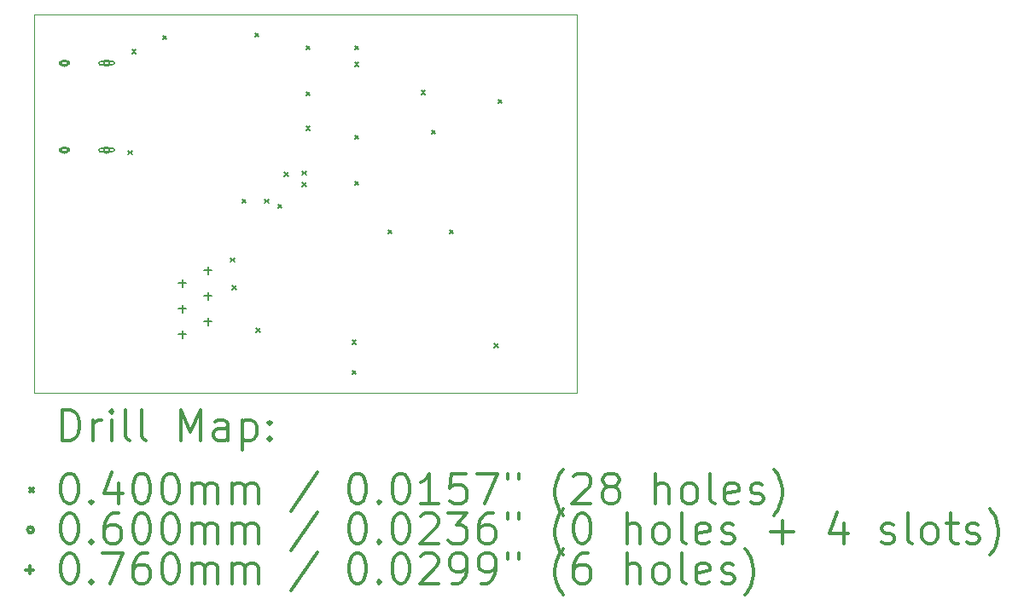
<source format=gbr>
%FSLAX45Y45*%
G04 Gerber Fmt 4.5, Leading zero omitted, Abs format (unit mm)*
G04 Created by KiCad (PCBNEW 5.1.10-88a1d61d58~90~ubuntu20.04.1) date 2021-11-06 19:30:08*
%MOMM*%
%LPD*%
G01*
G04 APERTURE LIST*
%TA.AperFunction,Profile*%
%ADD10C,0.100000*%
%TD*%
%ADD11C,0.200000*%
%ADD12C,0.300000*%
G04 APERTURE END LIST*
D10*
X10769600Y-6248400D02*
X10769600Y-6299200D01*
X16154400Y-6299200D02*
X16154400Y-6248400D01*
X16103600Y-6299200D02*
X16154400Y-6299200D01*
X16154400Y-2540000D02*
X16103600Y-2540000D01*
X10769600Y-2540000D02*
X10769600Y-6248400D01*
X16103600Y-2540000D02*
X10769600Y-2540000D01*
X16154400Y-6248400D02*
X16154400Y-2540000D01*
X10769600Y-6299200D02*
X16103600Y-6299200D01*
D11*
X11702100Y-3891600D02*
X11742100Y-3931600D01*
X11742100Y-3891600D02*
X11702100Y-3931600D01*
X11740200Y-2888300D02*
X11780200Y-2928300D01*
X11780200Y-2888300D02*
X11740200Y-2928300D01*
X12045000Y-2748600D02*
X12085000Y-2788600D01*
X12085000Y-2748600D02*
X12045000Y-2788600D01*
X12718100Y-4958400D02*
X12758100Y-4998400D01*
X12758100Y-4958400D02*
X12718100Y-4998400D01*
X12737150Y-5231450D02*
X12777150Y-5271450D01*
X12777150Y-5231450D02*
X12737150Y-5271450D01*
X12832400Y-4374200D02*
X12872400Y-4414200D01*
X12872400Y-4374200D02*
X12832400Y-4414200D01*
X12959400Y-2723200D02*
X12999400Y-2763200D01*
X12999400Y-2723200D02*
X12959400Y-2763200D01*
X12972100Y-5656900D02*
X13012100Y-5696900D01*
X13012100Y-5656900D02*
X12972100Y-5696900D01*
X13054650Y-4374200D02*
X13094650Y-4414200D01*
X13094650Y-4374200D02*
X13054650Y-4414200D01*
X13188000Y-4425000D02*
X13228000Y-4465000D01*
X13228000Y-4425000D02*
X13188000Y-4465000D01*
X13251500Y-4107500D02*
X13291500Y-4147500D01*
X13291500Y-4107500D02*
X13251500Y-4147500D01*
X13429300Y-4094800D02*
X13469300Y-4134800D01*
X13469300Y-4094800D02*
X13429300Y-4134800D01*
X13429300Y-4209100D02*
X13469300Y-4249100D01*
X13469300Y-4209100D02*
X13429300Y-4249100D01*
X13467400Y-2850200D02*
X13507400Y-2890200D01*
X13507400Y-2850200D02*
X13467400Y-2890200D01*
X13467400Y-3307400D02*
X13507400Y-3347400D01*
X13507400Y-3307400D02*
X13467400Y-3347400D01*
X13467400Y-3650300D02*
X13507400Y-3690300D01*
X13507400Y-3650300D02*
X13467400Y-3690300D01*
X13924600Y-5774900D02*
X13964600Y-5814900D01*
X13964600Y-5774900D02*
X13924600Y-5814900D01*
X13924600Y-6076000D02*
X13964600Y-6116000D01*
X13964600Y-6076000D02*
X13924600Y-6116000D01*
X13950000Y-2850200D02*
X13990000Y-2890200D01*
X13990000Y-2850200D02*
X13950000Y-2890200D01*
X13950000Y-3015300D02*
X13990000Y-3055300D01*
X13990000Y-3015300D02*
X13950000Y-3055300D01*
X13950000Y-3739200D02*
X13990000Y-3779200D01*
X13990000Y-3739200D02*
X13950000Y-3779200D01*
X13950000Y-4196400D02*
X13990000Y-4236400D01*
X13990000Y-4196400D02*
X13950000Y-4236400D01*
X14280200Y-4679000D02*
X14320200Y-4719000D01*
X14320200Y-4679000D02*
X14280200Y-4719000D01*
X14610400Y-3294700D02*
X14650400Y-3334700D01*
X14650400Y-3294700D02*
X14610400Y-3334700D01*
X14712000Y-3688400D02*
X14752000Y-3728400D01*
X14752000Y-3688400D02*
X14712000Y-3728400D01*
X14889800Y-4679000D02*
X14929800Y-4719000D01*
X14929800Y-4679000D02*
X14889800Y-4719000D01*
X15334300Y-5809300D02*
X15374300Y-5849300D01*
X15374300Y-5809300D02*
X15334300Y-5849300D01*
X15372400Y-3383600D02*
X15412400Y-3423600D01*
X15412400Y-3383600D02*
X15372400Y-3423600D01*
X11101000Y-3022400D02*
G75*
G03*
X11101000Y-3022400I-30000J0D01*
G01*
X11101000Y-3002400D02*
X11041000Y-3002400D01*
X11101000Y-3042400D02*
X11041000Y-3042400D01*
X11041000Y-3002400D02*
G75*
G03*
X11041000Y-3042400I0J-20000D01*
G01*
X11101000Y-3042400D02*
G75*
G03*
X11101000Y-3002400I0J20000D01*
G01*
X11101000Y-3886400D02*
G75*
G03*
X11101000Y-3886400I-30000J0D01*
G01*
X11101000Y-3866400D02*
X11041000Y-3866400D01*
X11101000Y-3906400D02*
X11041000Y-3906400D01*
X11041000Y-3866400D02*
G75*
G03*
X11041000Y-3906400I0J-20000D01*
G01*
X11101000Y-3906400D02*
G75*
G03*
X11101000Y-3866400I0J20000D01*
G01*
X11519000Y-3022400D02*
G75*
G03*
X11519000Y-3022400I-30000J0D01*
G01*
X11544000Y-3002400D02*
X11434000Y-3002400D01*
X11544000Y-3042400D02*
X11434000Y-3042400D01*
X11434000Y-3002400D02*
G75*
G03*
X11434000Y-3042400I0J-20000D01*
G01*
X11544000Y-3042400D02*
G75*
G03*
X11544000Y-3002400I0J20000D01*
G01*
X11519000Y-3886400D02*
G75*
G03*
X11519000Y-3886400I-30000J0D01*
G01*
X11544000Y-3866400D02*
X11434000Y-3866400D01*
X11544000Y-3906400D02*
X11434000Y-3906400D01*
X11434000Y-3866400D02*
G75*
G03*
X11434000Y-3906400I0J-20000D01*
G01*
X11544000Y-3906400D02*
G75*
G03*
X11544000Y-3866400I0J20000D01*
G01*
X12242800Y-5169000D02*
X12242800Y-5245000D01*
X12204800Y-5207000D02*
X12280800Y-5207000D01*
X12242800Y-5423000D02*
X12242800Y-5499000D01*
X12204800Y-5461000D02*
X12280800Y-5461000D01*
X12242800Y-5677000D02*
X12242800Y-5753000D01*
X12204800Y-5715000D02*
X12280800Y-5715000D01*
X12496800Y-5042000D02*
X12496800Y-5118000D01*
X12458800Y-5080000D02*
X12534800Y-5080000D01*
X12496800Y-5296000D02*
X12496800Y-5372000D01*
X12458800Y-5334000D02*
X12534800Y-5334000D01*
X12496800Y-5550000D02*
X12496800Y-5626000D01*
X12458800Y-5588000D02*
X12534800Y-5588000D01*
D12*
X11051028Y-6769914D02*
X11051028Y-6469914D01*
X11122457Y-6469914D01*
X11165314Y-6484200D01*
X11193886Y-6512771D01*
X11208171Y-6541343D01*
X11222457Y-6598486D01*
X11222457Y-6641343D01*
X11208171Y-6698486D01*
X11193886Y-6727057D01*
X11165314Y-6755629D01*
X11122457Y-6769914D01*
X11051028Y-6769914D01*
X11351028Y-6769914D02*
X11351028Y-6569914D01*
X11351028Y-6627057D02*
X11365314Y-6598486D01*
X11379600Y-6584200D01*
X11408171Y-6569914D01*
X11436743Y-6569914D01*
X11536743Y-6769914D02*
X11536743Y-6569914D01*
X11536743Y-6469914D02*
X11522457Y-6484200D01*
X11536743Y-6498486D01*
X11551028Y-6484200D01*
X11536743Y-6469914D01*
X11536743Y-6498486D01*
X11722457Y-6769914D02*
X11693886Y-6755629D01*
X11679600Y-6727057D01*
X11679600Y-6469914D01*
X11879600Y-6769914D02*
X11851028Y-6755629D01*
X11836743Y-6727057D01*
X11836743Y-6469914D01*
X12222457Y-6769914D02*
X12222457Y-6469914D01*
X12322457Y-6684200D01*
X12422457Y-6469914D01*
X12422457Y-6769914D01*
X12693886Y-6769914D02*
X12693886Y-6612771D01*
X12679600Y-6584200D01*
X12651028Y-6569914D01*
X12593886Y-6569914D01*
X12565314Y-6584200D01*
X12693886Y-6755629D02*
X12665314Y-6769914D01*
X12593886Y-6769914D01*
X12565314Y-6755629D01*
X12551028Y-6727057D01*
X12551028Y-6698486D01*
X12565314Y-6669914D01*
X12593886Y-6655629D01*
X12665314Y-6655629D01*
X12693886Y-6641343D01*
X12836743Y-6569914D02*
X12836743Y-6869914D01*
X12836743Y-6584200D02*
X12865314Y-6569914D01*
X12922457Y-6569914D01*
X12951028Y-6584200D01*
X12965314Y-6598486D01*
X12979600Y-6627057D01*
X12979600Y-6712771D01*
X12965314Y-6741343D01*
X12951028Y-6755629D01*
X12922457Y-6769914D01*
X12865314Y-6769914D01*
X12836743Y-6755629D01*
X13108171Y-6741343D02*
X13122457Y-6755629D01*
X13108171Y-6769914D01*
X13093886Y-6755629D01*
X13108171Y-6741343D01*
X13108171Y-6769914D01*
X13108171Y-6584200D02*
X13122457Y-6598486D01*
X13108171Y-6612771D01*
X13093886Y-6598486D01*
X13108171Y-6584200D01*
X13108171Y-6612771D01*
X10724600Y-7244200D02*
X10764600Y-7284200D01*
X10764600Y-7244200D02*
X10724600Y-7284200D01*
X11108171Y-7099914D02*
X11136743Y-7099914D01*
X11165314Y-7114200D01*
X11179600Y-7128486D01*
X11193886Y-7157057D01*
X11208171Y-7214200D01*
X11208171Y-7285629D01*
X11193886Y-7342771D01*
X11179600Y-7371343D01*
X11165314Y-7385629D01*
X11136743Y-7399914D01*
X11108171Y-7399914D01*
X11079600Y-7385629D01*
X11065314Y-7371343D01*
X11051028Y-7342771D01*
X11036743Y-7285629D01*
X11036743Y-7214200D01*
X11051028Y-7157057D01*
X11065314Y-7128486D01*
X11079600Y-7114200D01*
X11108171Y-7099914D01*
X11336743Y-7371343D02*
X11351028Y-7385629D01*
X11336743Y-7399914D01*
X11322457Y-7385629D01*
X11336743Y-7371343D01*
X11336743Y-7399914D01*
X11608171Y-7199914D02*
X11608171Y-7399914D01*
X11536743Y-7085629D02*
X11465314Y-7299914D01*
X11651028Y-7299914D01*
X11822457Y-7099914D02*
X11851028Y-7099914D01*
X11879600Y-7114200D01*
X11893886Y-7128486D01*
X11908171Y-7157057D01*
X11922457Y-7214200D01*
X11922457Y-7285629D01*
X11908171Y-7342771D01*
X11893886Y-7371343D01*
X11879600Y-7385629D01*
X11851028Y-7399914D01*
X11822457Y-7399914D01*
X11793886Y-7385629D01*
X11779600Y-7371343D01*
X11765314Y-7342771D01*
X11751028Y-7285629D01*
X11751028Y-7214200D01*
X11765314Y-7157057D01*
X11779600Y-7128486D01*
X11793886Y-7114200D01*
X11822457Y-7099914D01*
X12108171Y-7099914D02*
X12136743Y-7099914D01*
X12165314Y-7114200D01*
X12179600Y-7128486D01*
X12193886Y-7157057D01*
X12208171Y-7214200D01*
X12208171Y-7285629D01*
X12193886Y-7342771D01*
X12179600Y-7371343D01*
X12165314Y-7385629D01*
X12136743Y-7399914D01*
X12108171Y-7399914D01*
X12079600Y-7385629D01*
X12065314Y-7371343D01*
X12051028Y-7342771D01*
X12036743Y-7285629D01*
X12036743Y-7214200D01*
X12051028Y-7157057D01*
X12065314Y-7128486D01*
X12079600Y-7114200D01*
X12108171Y-7099914D01*
X12336743Y-7399914D02*
X12336743Y-7199914D01*
X12336743Y-7228486D02*
X12351028Y-7214200D01*
X12379600Y-7199914D01*
X12422457Y-7199914D01*
X12451028Y-7214200D01*
X12465314Y-7242771D01*
X12465314Y-7399914D01*
X12465314Y-7242771D02*
X12479600Y-7214200D01*
X12508171Y-7199914D01*
X12551028Y-7199914D01*
X12579600Y-7214200D01*
X12593886Y-7242771D01*
X12593886Y-7399914D01*
X12736743Y-7399914D02*
X12736743Y-7199914D01*
X12736743Y-7228486D02*
X12751028Y-7214200D01*
X12779600Y-7199914D01*
X12822457Y-7199914D01*
X12851028Y-7214200D01*
X12865314Y-7242771D01*
X12865314Y-7399914D01*
X12865314Y-7242771D02*
X12879600Y-7214200D01*
X12908171Y-7199914D01*
X12951028Y-7199914D01*
X12979600Y-7214200D01*
X12993886Y-7242771D01*
X12993886Y-7399914D01*
X13579600Y-7085629D02*
X13322457Y-7471343D01*
X13965314Y-7099914D02*
X13993886Y-7099914D01*
X14022457Y-7114200D01*
X14036743Y-7128486D01*
X14051028Y-7157057D01*
X14065314Y-7214200D01*
X14065314Y-7285629D01*
X14051028Y-7342771D01*
X14036743Y-7371343D01*
X14022457Y-7385629D01*
X13993886Y-7399914D01*
X13965314Y-7399914D01*
X13936743Y-7385629D01*
X13922457Y-7371343D01*
X13908171Y-7342771D01*
X13893886Y-7285629D01*
X13893886Y-7214200D01*
X13908171Y-7157057D01*
X13922457Y-7128486D01*
X13936743Y-7114200D01*
X13965314Y-7099914D01*
X14193886Y-7371343D02*
X14208171Y-7385629D01*
X14193886Y-7399914D01*
X14179600Y-7385629D01*
X14193886Y-7371343D01*
X14193886Y-7399914D01*
X14393886Y-7099914D02*
X14422457Y-7099914D01*
X14451028Y-7114200D01*
X14465314Y-7128486D01*
X14479600Y-7157057D01*
X14493886Y-7214200D01*
X14493886Y-7285629D01*
X14479600Y-7342771D01*
X14465314Y-7371343D01*
X14451028Y-7385629D01*
X14422457Y-7399914D01*
X14393886Y-7399914D01*
X14365314Y-7385629D01*
X14351028Y-7371343D01*
X14336743Y-7342771D01*
X14322457Y-7285629D01*
X14322457Y-7214200D01*
X14336743Y-7157057D01*
X14351028Y-7128486D01*
X14365314Y-7114200D01*
X14393886Y-7099914D01*
X14779600Y-7399914D02*
X14608171Y-7399914D01*
X14693886Y-7399914D02*
X14693886Y-7099914D01*
X14665314Y-7142771D01*
X14636743Y-7171343D01*
X14608171Y-7185629D01*
X15051028Y-7099914D02*
X14908171Y-7099914D01*
X14893886Y-7242771D01*
X14908171Y-7228486D01*
X14936743Y-7214200D01*
X15008171Y-7214200D01*
X15036743Y-7228486D01*
X15051028Y-7242771D01*
X15065314Y-7271343D01*
X15065314Y-7342771D01*
X15051028Y-7371343D01*
X15036743Y-7385629D01*
X15008171Y-7399914D01*
X14936743Y-7399914D01*
X14908171Y-7385629D01*
X14893886Y-7371343D01*
X15165314Y-7099914D02*
X15365314Y-7099914D01*
X15236743Y-7399914D01*
X15465314Y-7099914D02*
X15465314Y-7157057D01*
X15579600Y-7099914D02*
X15579600Y-7157057D01*
X16022457Y-7514200D02*
X16008171Y-7499914D01*
X15979600Y-7457057D01*
X15965314Y-7428486D01*
X15951028Y-7385629D01*
X15936743Y-7314200D01*
X15936743Y-7257057D01*
X15951028Y-7185629D01*
X15965314Y-7142771D01*
X15979600Y-7114200D01*
X16008171Y-7071343D01*
X16022457Y-7057057D01*
X16122457Y-7128486D02*
X16136743Y-7114200D01*
X16165314Y-7099914D01*
X16236743Y-7099914D01*
X16265314Y-7114200D01*
X16279600Y-7128486D01*
X16293886Y-7157057D01*
X16293886Y-7185629D01*
X16279600Y-7228486D01*
X16108171Y-7399914D01*
X16293886Y-7399914D01*
X16465314Y-7228486D02*
X16436743Y-7214200D01*
X16422457Y-7199914D01*
X16408171Y-7171343D01*
X16408171Y-7157057D01*
X16422457Y-7128486D01*
X16436743Y-7114200D01*
X16465314Y-7099914D01*
X16522457Y-7099914D01*
X16551028Y-7114200D01*
X16565314Y-7128486D01*
X16579600Y-7157057D01*
X16579600Y-7171343D01*
X16565314Y-7199914D01*
X16551028Y-7214200D01*
X16522457Y-7228486D01*
X16465314Y-7228486D01*
X16436743Y-7242771D01*
X16422457Y-7257057D01*
X16408171Y-7285629D01*
X16408171Y-7342771D01*
X16422457Y-7371343D01*
X16436743Y-7385629D01*
X16465314Y-7399914D01*
X16522457Y-7399914D01*
X16551028Y-7385629D01*
X16565314Y-7371343D01*
X16579600Y-7342771D01*
X16579600Y-7285629D01*
X16565314Y-7257057D01*
X16551028Y-7242771D01*
X16522457Y-7228486D01*
X16936743Y-7399914D02*
X16936743Y-7099914D01*
X17065314Y-7399914D02*
X17065314Y-7242771D01*
X17051028Y-7214200D01*
X17022457Y-7199914D01*
X16979600Y-7199914D01*
X16951028Y-7214200D01*
X16936743Y-7228486D01*
X17251028Y-7399914D02*
X17222457Y-7385629D01*
X17208171Y-7371343D01*
X17193886Y-7342771D01*
X17193886Y-7257057D01*
X17208171Y-7228486D01*
X17222457Y-7214200D01*
X17251028Y-7199914D01*
X17293886Y-7199914D01*
X17322457Y-7214200D01*
X17336743Y-7228486D01*
X17351028Y-7257057D01*
X17351028Y-7342771D01*
X17336743Y-7371343D01*
X17322457Y-7385629D01*
X17293886Y-7399914D01*
X17251028Y-7399914D01*
X17522457Y-7399914D02*
X17493886Y-7385629D01*
X17479600Y-7357057D01*
X17479600Y-7099914D01*
X17751028Y-7385629D02*
X17722457Y-7399914D01*
X17665314Y-7399914D01*
X17636743Y-7385629D01*
X17622457Y-7357057D01*
X17622457Y-7242771D01*
X17636743Y-7214200D01*
X17665314Y-7199914D01*
X17722457Y-7199914D01*
X17751028Y-7214200D01*
X17765314Y-7242771D01*
X17765314Y-7271343D01*
X17622457Y-7299914D01*
X17879600Y-7385629D02*
X17908171Y-7399914D01*
X17965314Y-7399914D01*
X17993886Y-7385629D01*
X18008171Y-7357057D01*
X18008171Y-7342771D01*
X17993886Y-7314200D01*
X17965314Y-7299914D01*
X17922457Y-7299914D01*
X17893886Y-7285629D01*
X17879600Y-7257057D01*
X17879600Y-7242771D01*
X17893886Y-7214200D01*
X17922457Y-7199914D01*
X17965314Y-7199914D01*
X17993886Y-7214200D01*
X18108171Y-7514200D02*
X18122457Y-7499914D01*
X18151028Y-7457057D01*
X18165314Y-7428486D01*
X18179600Y-7385629D01*
X18193886Y-7314200D01*
X18193886Y-7257057D01*
X18179600Y-7185629D01*
X18165314Y-7142771D01*
X18151028Y-7114200D01*
X18122457Y-7071343D01*
X18108171Y-7057057D01*
X10764600Y-7660200D02*
G75*
G03*
X10764600Y-7660200I-30000J0D01*
G01*
X11108171Y-7495914D02*
X11136743Y-7495914D01*
X11165314Y-7510200D01*
X11179600Y-7524486D01*
X11193886Y-7553057D01*
X11208171Y-7610200D01*
X11208171Y-7681629D01*
X11193886Y-7738771D01*
X11179600Y-7767343D01*
X11165314Y-7781629D01*
X11136743Y-7795914D01*
X11108171Y-7795914D01*
X11079600Y-7781629D01*
X11065314Y-7767343D01*
X11051028Y-7738771D01*
X11036743Y-7681629D01*
X11036743Y-7610200D01*
X11051028Y-7553057D01*
X11065314Y-7524486D01*
X11079600Y-7510200D01*
X11108171Y-7495914D01*
X11336743Y-7767343D02*
X11351028Y-7781629D01*
X11336743Y-7795914D01*
X11322457Y-7781629D01*
X11336743Y-7767343D01*
X11336743Y-7795914D01*
X11608171Y-7495914D02*
X11551028Y-7495914D01*
X11522457Y-7510200D01*
X11508171Y-7524486D01*
X11479600Y-7567343D01*
X11465314Y-7624486D01*
X11465314Y-7738771D01*
X11479600Y-7767343D01*
X11493886Y-7781629D01*
X11522457Y-7795914D01*
X11579600Y-7795914D01*
X11608171Y-7781629D01*
X11622457Y-7767343D01*
X11636743Y-7738771D01*
X11636743Y-7667343D01*
X11622457Y-7638771D01*
X11608171Y-7624486D01*
X11579600Y-7610200D01*
X11522457Y-7610200D01*
X11493886Y-7624486D01*
X11479600Y-7638771D01*
X11465314Y-7667343D01*
X11822457Y-7495914D02*
X11851028Y-7495914D01*
X11879600Y-7510200D01*
X11893886Y-7524486D01*
X11908171Y-7553057D01*
X11922457Y-7610200D01*
X11922457Y-7681629D01*
X11908171Y-7738771D01*
X11893886Y-7767343D01*
X11879600Y-7781629D01*
X11851028Y-7795914D01*
X11822457Y-7795914D01*
X11793886Y-7781629D01*
X11779600Y-7767343D01*
X11765314Y-7738771D01*
X11751028Y-7681629D01*
X11751028Y-7610200D01*
X11765314Y-7553057D01*
X11779600Y-7524486D01*
X11793886Y-7510200D01*
X11822457Y-7495914D01*
X12108171Y-7495914D02*
X12136743Y-7495914D01*
X12165314Y-7510200D01*
X12179600Y-7524486D01*
X12193886Y-7553057D01*
X12208171Y-7610200D01*
X12208171Y-7681629D01*
X12193886Y-7738771D01*
X12179600Y-7767343D01*
X12165314Y-7781629D01*
X12136743Y-7795914D01*
X12108171Y-7795914D01*
X12079600Y-7781629D01*
X12065314Y-7767343D01*
X12051028Y-7738771D01*
X12036743Y-7681629D01*
X12036743Y-7610200D01*
X12051028Y-7553057D01*
X12065314Y-7524486D01*
X12079600Y-7510200D01*
X12108171Y-7495914D01*
X12336743Y-7795914D02*
X12336743Y-7595914D01*
X12336743Y-7624486D02*
X12351028Y-7610200D01*
X12379600Y-7595914D01*
X12422457Y-7595914D01*
X12451028Y-7610200D01*
X12465314Y-7638771D01*
X12465314Y-7795914D01*
X12465314Y-7638771D02*
X12479600Y-7610200D01*
X12508171Y-7595914D01*
X12551028Y-7595914D01*
X12579600Y-7610200D01*
X12593886Y-7638771D01*
X12593886Y-7795914D01*
X12736743Y-7795914D02*
X12736743Y-7595914D01*
X12736743Y-7624486D02*
X12751028Y-7610200D01*
X12779600Y-7595914D01*
X12822457Y-7595914D01*
X12851028Y-7610200D01*
X12865314Y-7638771D01*
X12865314Y-7795914D01*
X12865314Y-7638771D02*
X12879600Y-7610200D01*
X12908171Y-7595914D01*
X12951028Y-7595914D01*
X12979600Y-7610200D01*
X12993886Y-7638771D01*
X12993886Y-7795914D01*
X13579600Y-7481629D02*
X13322457Y-7867343D01*
X13965314Y-7495914D02*
X13993886Y-7495914D01*
X14022457Y-7510200D01*
X14036743Y-7524486D01*
X14051028Y-7553057D01*
X14065314Y-7610200D01*
X14065314Y-7681629D01*
X14051028Y-7738771D01*
X14036743Y-7767343D01*
X14022457Y-7781629D01*
X13993886Y-7795914D01*
X13965314Y-7795914D01*
X13936743Y-7781629D01*
X13922457Y-7767343D01*
X13908171Y-7738771D01*
X13893886Y-7681629D01*
X13893886Y-7610200D01*
X13908171Y-7553057D01*
X13922457Y-7524486D01*
X13936743Y-7510200D01*
X13965314Y-7495914D01*
X14193886Y-7767343D02*
X14208171Y-7781629D01*
X14193886Y-7795914D01*
X14179600Y-7781629D01*
X14193886Y-7767343D01*
X14193886Y-7795914D01*
X14393886Y-7495914D02*
X14422457Y-7495914D01*
X14451028Y-7510200D01*
X14465314Y-7524486D01*
X14479600Y-7553057D01*
X14493886Y-7610200D01*
X14493886Y-7681629D01*
X14479600Y-7738771D01*
X14465314Y-7767343D01*
X14451028Y-7781629D01*
X14422457Y-7795914D01*
X14393886Y-7795914D01*
X14365314Y-7781629D01*
X14351028Y-7767343D01*
X14336743Y-7738771D01*
X14322457Y-7681629D01*
X14322457Y-7610200D01*
X14336743Y-7553057D01*
X14351028Y-7524486D01*
X14365314Y-7510200D01*
X14393886Y-7495914D01*
X14608171Y-7524486D02*
X14622457Y-7510200D01*
X14651028Y-7495914D01*
X14722457Y-7495914D01*
X14751028Y-7510200D01*
X14765314Y-7524486D01*
X14779600Y-7553057D01*
X14779600Y-7581629D01*
X14765314Y-7624486D01*
X14593886Y-7795914D01*
X14779600Y-7795914D01*
X14879600Y-7495914D02*
X15065314Y-7495914D01*
X14965314Y-7610200D01*
X15008171Y-7610200D01*
X15036743Y-7624486D01*
X15051028Y-7638771D01*
X15065314Y-7667343D01*
X15065314Y-7738771D01*
X15051028Y-7767343D01*
X15036743Y-7781629D01*
X15008171Y-7795914D01*
X14922457Y-7795914D01*
X14893886Y-7781629D01*
X14879600Y-7767343D01*
X15322457Y-7495914D02*
X15265314Y-7495914D01*
X15236743Y-7510200D01*
X15222457Y-7524486D01*
X15193886Y-7567343D01*
X15179600Y-7624486D01*
X15179600Y-7738771D01*
X15193886Y-7767343D01*
X15208171Y-7781629D01*
X15236743Y-7795914D01*
X15293886Y-7795914D01*
X15322457Y-7781629D01*
X15336743Y-7767343D01*
X15351028Y-7738771D01*
X15351028Y-7667343D01*
X15336743Y-7638771D01*
X15322457Y-7624486D01*
X15293886Y-7610200D01*
X15236743Y-7610200D01*
X15208171Y-7624486D01*
X15193886Y-7638771D01*
X15179600Y-7667343D01*
X15465314Y-7495914D02*
X15465314Y-7553057D01*
X15579600Y-7495914D02*
X15579600Y-7553057D01*
X16022457Y-7910200D02*
X16008171Y-7895914D01*
X15979600Y-7853057D01*
X15965314Y-7824486D01*
X15951028Y-7781629D01*
X15936743Y-7710200D01*
X15936743Y-7653057D01*
X15951028Y-7581629D01*
X15965314Y-7538771D01*
X15979600Y-7510200D01*
X16008171Y-7467343D01*
X16022457Y-7453057D01*
X16193886Y-7495914D02*
X16222457Y-7495914D01*
X16251028Y-7510200D01*
X16265314Y-7524486D01*
X16279600Y-7553057D01*
X16293886Y-7610200D01*
X16293886Y-7681629D01*
X16279600Y-7738771D01*
X16265314Y-7767343D01*
X16251028Y-7781629D01*
X16222457Y-7795914D01*
X16193886Y-7795914D01*
X16165314Y-7781629D01*
X16151028Y-7767343D01*
X16136743Y-7738771D01*
X16122457Y-7681629D01*
X16122457Y-7610200D01*
X16136743Y-7553057D01*
X16151028Y-7524486D01*
X16165314Y-7510200D01*
X16193886Y-7495914D01*
X16651028Y-7795914D02*
X16651028Y-7495914D01*
X16779600Y-7795914D02*
X16779600Y-7638771D01*
X16765314Y-7610200D01*
X16736743Y-7595914D01*
X16693886Y-7595914D01*
X16665314Y-7610200D01*
X16651028Y-7624486D01*
X16965314Y-7795914D02*
X16936743Y-7781629D01*
X16922457Y-7767343D01*
X16908171Y-7738771D01*
X16908171Y-7653057D01*
X16922457Y-7624486D01*
X16936743Y-7610200D01*
X16965314Y-7595914D01*
X17008171Y-7595914D01*
X17036743Y-7610200D01*
X17051028Y-7624486D01*
X17065314Y-7653057D01*
X17065314Y-7738771D01*
X17051028Y-7767343D01*
X17036743Y-7781629D01*
X17008171Y-7795914D01*
X16965314Y-7795914D01*
X17236743Y-7795914D02*
X17208171Y-7781629D01*
X17193886Y-7753057D01*
X17193886Y-7495914D01*
X17465314Y-7781629D02*
X17436743Y-7795914D01*
X17379600Y-7795914D01*
X17351028Y-7781629D01*
X17336743Y-7753057D01*
X17336743Y-7638771D01*
X17351028Y-7610200D01*
X17379600Y-7595914D01*
X17436743Y-7595914D01*
X17465314Y-7610200D01*
X17479600Y-7638771D01*
X17479600Y-7667343D01*
X17336743Y-7695914D01*
X17593886Y-7781629D02*
X17622457Y-7795914D01*
X17679600Y-7795914D01*
X17708171Y-7781629D01*
X17722457Y-7753057D01*
X17722457Y-7738771D01*
X17708171Y-7710200D01*
X17679600Y-7695914D01*
X17636743Y-7695914D01*
X17608171Y-7681629D01*
X17593886Y-7653057D01*
X17593886Y-7638771D01*
X17608171Y-7610200D01*
X17636743Y-7595914D01*
X17679600Y-7595914D01*
X17708171Y-7610200D01*
X18079600Y-7681629D02*
X18308171Y-7681629D01*
X18193886Y-7795914D02*
X18193886Y-7567343D01*
X18808171Y-7595914D02*
X18808171Y-7795914D01*
X18736743Y-7481629D02*
X18665314Y-7695914D01*
X18851028Y-7695914D01*
X19179600Y-7781629D02*
X19208171Y-7795914D01*
X19265314Y-7795914D01*
X19293886Y-7781629D01*
X19308171Y-7753057D01*
X19308171Y-7738771D01*
X19293886Y-7710200D01*
X19265314Y-7695914D01*
X19222457Y-7695914D01*
X19193886Y-7681629D01*
X19179600Y-7653057D01*
X19179600Y-7638771D01*
X19193886Y-7610200D01*
X19222457Y-7595914D01*
X19265314Y-7595914D01*
X19293886Y-7610200D01*
X19479600Y-7795914D02*
X19451028Y-7781629D01*
X19436743Y-7753057D01*
X19436743Y-7495914D01*
X19636743Y-7795914D02*
X19608171Y-7781629D01*
X19593886Y-7767343D01*
X19579600Y-7738771D01*
X19579600Y-7653057D01*
X19593886Y-7624486D01*
X19608171Y-7610200D01*
X19636743Y-7595914D01*
X19679600Y-7595914D01*
X19708171Y-7610200D01*
X19722457Y-7624486D01*
X19736743Y-7653057D01*
X19736743Y-7738771D01*
X19722457Y-7767343D01*
X19708171Y-7781629D01*
X19679600Y-7795914D01*
X19636743Y-7795914D01*
X19822457Y-7595914D02*
X19936743Y-7595914D01*
X19865314Y-7495914D02*
X19865314Y-7753057D01*
X19879600Y-7781629D01*
X19908171Y-7795914D01*
X19936743Y-7795914D01*
X20022457Y-7781629D02*
X20051028Y-7795914D01*
X20108171Y-7795914D01*
X20136743Y-7781629D01*
X20151028Y-7753057D01*
X20151028Y-7738771D01*
X20136743Y-7710200D01*
X20108171Y-7695914D01*
X20065314Y-7695914D01*
X20036743Y-7681629D01*
X20022457Y-7653057D01*
X20022457Y-7638771D01*
X20036743Y-7610200D01*
X20065314Y-7595914D01*
X20108171Y-7595914D01*
X20136743Y-7610200D01*
X20251028Y-7910200D02*
X20265314Y-7895914D01*
X20293886Y-7853057D01*
X20308171Y-7824486D01*
X20322457Y-7781629D01*
X20336743Y-7710200D01*
X20336743Y-7653057D01*
X20322457Y-7581629D01*
X20308171Y-7538771D01*
X20293886Y-7510200D01*
X20265314Y-7467343D01*
X20251028Y-7453057D01*
X10726600Y-8018200D02*
X10726600Y-8094200D01*
X10688600Y-8056200D02*
X10764600Y-8056200D01*
X11108171Y-7891914D02*
X11136743Y-7891914D01*
X11165314Y-7906200D01*
X11179600Y-7920486D01*
X11193886Y-7949057D01*
X11208171Y-8006200D01*
X11208171Y-8077629D01*
X11193886Y-8134771D01*
X11179600Y-8163343D01*
X11165314Y-8177629D01*
X11136743Y-8191914D01*
X11108171Y-8191914D01*
X11079600Y-8177629D01*
X11065314Y-8163343D01*
X11051028Y-8134771D01*
X11036743Y-8077629D01*
X11036743Y-8006200D01*
X11051028Y-7949057D01*
X11065314Y-7920486D01*
X11079600Y-7906200D01*
X11108171Y-7891914D01*
X11336743Y-8163343D02*
X11351028Y-8177629D01*
X11336743Y-8191914D01*
X11322457Y-8177629D01*
X11336743Y-8163343D01*
X11336743Y-8191914D01*
X11451028Y-7891914D02*
X11651028Y-7891914D01*
X11522457Y-8191914D01*
X11893886Y-7891914D02*
X11836743Y-7891914D01*
X11808171Y-7906200D01*
X11793886Y-7920486D01*
X11765314Y-7963343D01*
X11751028Y-8020486D01*
X11751028Y-8134771D01*
X11765314Y-8163343D01*
X11779600Y-8177629D01*
X11808171Y-8191914D01*
X11865314Y-8191914D01*
X11893886Y-8177629D01*
X11908171Y-8163343D01*
X11922457Y-8134771D01*
X11922457Y-8063343D01*
X11908171Y-8034771D01*
X11893886Y-8020486D01*
X11865314Y-8006200D01*
X11808171Y-8006200D01*
X11779600Y-8020486D01*
X11765314Y-8034771D01*
X11751028Y-8063343D01*
X12108171Y-7891914D02*
X12136743Y-7891914D01*
X12165314Y-7906200D01*
X12179600Y-7920486D01*
X12193886Y-7949057D01*
X12208171Y-8006200D01*
X12208171Y-8077629D01*
X12193886Y-8134771D01*
X12179600Y-8163343D01*
X12165314Y-8177629D01*
X12136743Y-8191914D01*
X12108171Y-8191914D01*
X12079600Y-8177629D01*
X12065314Y-8163343D01*
X12051028Y-8134771D01*
X12036743Y-8077629D01*
X12036743Y-8006200D01*
X12051028Y-7949057D01*
X12065314Y-7920486D01*
X12079600Y-7906200D01*
X12108171Y-7891914D01*
X12336743Y-8191914D02*
X12336743Y-7991914D01*
X12336743Y-8020486D02*
X12351028Y-8006200D01*
X12379600Y-7991914D01*
X12422457Y-7991914D01*
X12451028Y-8006200D01*
X12465314Y-8034771D01*
X12465314Y-8191914D01*
X12465314Y-8034771D02*
X12479600Y-8006200D01*
X12508171Y-7991914D01*
X12551028Y-7991914D01*
X12579600Y-8006200D01*
X12593886Y-8034771D01*
X12593886Y-8191914D01*
X12736743Y-8191914D02*
X12736743Y-7991914D01*
X12736743Y-8020486D02*
X12751028Y-8006200D01*
X12779600Y-7991914D01*
X12822457Y-7991914D01*
X12851028Y-8006200D01*
X12865314Y-8034771D01*
X12865314Y-8191914D01*
X12865314Y-8034771D02*
X12879600Y-8006200D01*
X12908171Y-7991914D01*
X12951028Y-7991914D01*
X12979600Y-8006200D01*
X12993886Y-8034771D01*
X12993886Y-8191914D01*
X13579600Y-7877629D02*
X13322457Y-8263343D01*
X13965314Y-7891914D02*
X13993886Y-7891914D01*
X14022457Y-7906200D01*
X14036743Y-7920486D01*
X14051028Y-7949057D01*
X14065314Y-8006200D01*
X14065314Y-8077629D01*
X14051028Y-8134771D01*
X14036743Y-8163343D01*
X14022457Y-8177629D01*
X13993886Y-8191914D01*
X13965314Y-8191914D01*
X13936743Y-8177629D01*
X13922457Y-8163343D01*
X13908171Y-8134771D01*
X13893886Y-8077629D01*
X13893886Y-8006200D01*
X13908171Y-7949057D01*
X13922457Y-7920486D01*
X13936743Y-7906200D01*
X13965314Y-7891914D01*
X14193886Y-8163343D02*
X14208171Y-8177629D01*
X14193886Y-8191914D01*
X14179600Y-8177629D01*
X14193886Y-8163343D01*
X14193886Y-8191914D01*
X14393886Y-7891914D02*
X14422457Y-7891914D01*
X14451028Y-7906200D01*
X14465314Y-7920486D01*
X14479600Y-7949057D01*
X14493886Y-8006200D01*
X14493886Y-8077629D01*
X14479600Y-8134771D01*
X14465314Y-8163343D01*
X14451028Y-8177629D01*
X14422457Y-8191914D01*
X14393886Y-8191914D01*
X14365314Y-8177629D01*
X14351028Y-8163343D01*
X14336743Y-8134771D01*
X14322457Y-8077629D01*
X14322457Y-8006200D01*
X14336743Y-7949057D01*
X14351028Y-7920486D01*
X14365314Y-7906200D01*
X14393886Y-7891914D01*
X14608171Y-7920486D02*
X14622457Y-7906200D01*
X14651028Y-7891914D01*
X14722457Y-7891914D01*
X14751028Y-7906200D01*
X14765314Y-7920486D01*
X14779600Y-7949057D01*
X14779600Y-7977629D01*
X14765314Y-8020486D01*
X14593886Y-8191914D01*
X14779600Y-8191914D01*
X14922457Y-8191914D02*
X14979600Y-8191914D01*
X15008171Y-8177629D01*
X15022457Y-8163343D01*
X15051028Y-8120486D01*
X15065314Y-8063343D01*
X15065314Y-7949057D01*
X15051028Y-7920486D01*
X15036743Y-7906200D01*
X15008171Y-7891914D01*
X14951028Y-7891914D01*
X14922457Y-7906200D01*
X14908171Y-7920486D01*
X14893886Y-7949057D01*
X14893886Y-8020486D01*
X14908171Y-8049057D01*
X14922457Y-8063343D01*
X14951028Y-8077629D01*
X15008171Y-8077629D01*
X15036743Y-8063343D01*
X15051028Y-8049057D01*
X15065314Y-8020486D01*
X15208171Y-8191914D02*
X15265314Y-8191914D01*
X15293886Y-8177629D01*
X15308171Y-8163343D01*
X15336743Y-8120486D01*
X15351028Y-8063343D01*
X15351028Y-7949057D01*
X15336743Y-7920486D01*
X15322457Y-7906200D01*
X15293886Y-7891914D01*
X15236743Y-7891914D01*
X15208171Y-7906200D01*
X15193886Y-7920486D01*
X15179600Y-7949057D01*
X15179600Y-8020486D01*
X15193886Y-8049057D01*
X15208171Y-8063343D01*
X15236743Y-8077629D01*
X15293886Y-8077629D01*
X15322457Y-8063343D01*
X15336743Y-8049057D01*
X15351028Y-8020486D01*
X15465314Y-7891914D02*
X15465314Y-7949057D01*
X15579600Y-7891914D02*
X15579600Y-7949057D01*
X16022457Y-8306200D02*
X16008171Y-8291914D01*
X15979600Y-8249057D01*
X15965314Y-8220486D01*
X15951028Y-8177629D01*
X15936743Y-8106200D01*
X15936743Y-8049057D01*
X15951028Y-7977629D01*
X15965314Y-7934771D01*
X15979600Y-7906200D01*
X16008171Y-7863343D01*
X16022457Y-7849057D01*
X16265314Y-7891914D02*
X16208171Y-7891914D01*
X16179600Y-7906200D01*
X16165314Y-7920486D01*
X16136743Y-7963343D01*
X16122457Y-8020486D01*
X16122457Y-8134771D01*
X16136743Y-8163343D01*
X16151028Y-8177629D01*
X16179600Y-8191914D01*
X16236743Y-8191914D01*
X16265314Y-8177629D01*
X16279600Y-8163343D01*
X16293886Y-8134771D01*
X16293886Y-8063343D01*
X16279600Y-8034771D01*
X16265314Y-8020486D01*
X16236743Y-8006200D01*
X16179600Y-8006200D01*
X16151028Y-8020486D01*
X16136743Y-8034771D01*
X16122457Y-8063343D01*
X16651028Y-8191914D02*
X16651028Y-7891914D01*
X16779600Y-8191914D02*
X16779600Y-8034771D01*
X16765314Y-8006200D01*
X16736743Y-7991914D01*
X16693886Y-7991914D01*
X16665314Y-8006200D01*
X16651028Y-8020486D01*
X16965314Y-8191914D02*
X16936743Y-8177629D01*
X16922457Y-8163343D01*
X16908171Y-8134771D01*
X16908171Y-8049057D01*
X16922457Y-8020486D01*
X16936743Y-8006200D01*
X16965314Y-7991914D01*
X17008171Y-7991914D01*
X17036743Y-8006200D01*
X17051028Y-8020486D01*
X17065314Y-8049057D01*
X17065314Y-8134771D01*
X17051028Y-8163343D01*
X17036743Y-8177629D01*
X17008171Y-8191914D01*
X16965314Y-8191914D01*
X17236743Y-8191914D02*
X17208171Y-8177629D01*
X17193886Y-8149057D01*
X17193886Y-7891914D01*
X17465314Y-8177629D02*
X17436743Y-8191914D01*
X17379600Y-8191914D01*
X17351028Y-8177629D01*
X17336743Y-8149057D01*
X17336743Y-8034771D01*
X17351028Y-8006200D01*
X17379600Y-7991914D01*
X17436743Y-7991914D01*
X17465314Y-8006200D01*
X17479600Y-8034771D01*
X17479600Y-8063343D01*
X17336743Y-8091914D01*
X17593886Y-8177629D02*
X17622457Y-8191914D01*
X17679600Y-8191914D01*
X17708171Y-8177629D01*
X17722457Y-8149057D01*
X17722457Y-8134771D01*
X17708171Y-8106200D01*
X17679600Y-8091914D01*
X17636743Y-8091914D01*
X17608171Y-8077629D01*
X17593886Y-8049057D01*
X17593886Y-8034771D01*
X17608171Y-8006200D01*
X17636743Y-7991914D01*
X17679600Y-7991914D01*
X17708171Y-8006200D01*
X17822457Y-8306200D02*
X17836743Y-8291914D01*
X17865314Y-8249057D01*
X17879600Y-8220486D01*
X17893886Y-8177629D01*
X17908171Y-8106200D01*
X17908171Y-8049057D01*
X17893886Y-7977629D01*
X17879600Y-7934771D01*
X17865314Y-7906200D01*
X17836743Y-7863343D01*
X17822457Y-7849057D01*
M02*

</source>
